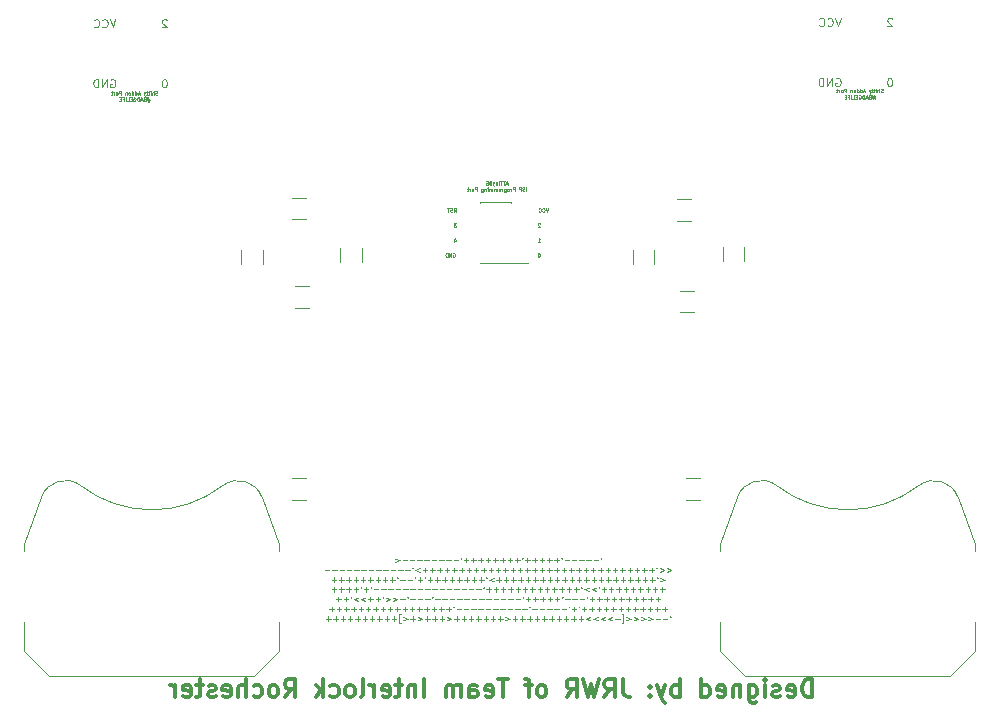
<source format=gbr>
G04 #@! TF.GenerationSoftware,KiCad,Pcbnew,(5.0.0)*
G04 #@! TF.CreationDate,2018-11-20T12:56:54-05:00*
G04 #@! TF.ProjectId,BsidesRock2019,427369646573526F636B323031392E6B,rev?*
G04 #@! TF.SameCoordinates,Original*
G04 #@! TF.FileFunction,Legend,Bot*
G04 #@! TF.FilePolarity,Positive*
%FSLAX46Y46*%
G04 Gerber Fmt 4.6, Leading zero omitted, Abs format (unit mm)*
G04 Created by KiCad (PCBNEW (5.0.0)) date 11/20/18 12:56:54*
%MOMM*%
%LPD*%
G01*
G04 APERTURE LIST*
%ADD10C,0.075000*%
%ADD11C,0.300000*%
%ADD12C,0.100000*%
%ADD13C,0.120000*%
G04 APERTURE END LIST*
D10*
X131728571Y-90339285D02*
X132109523Y-90339285D01*
X131919047Y-90148809D02*
X131919047Y-90529761D01*
X132347619Y-90339285D02*
X132728571Y-90339285D01*
X132538095Y-90148809D02*
X132538095Y-90529761D01*
X132966666Y-90339285D02*
X133347619Y-90339285D01*
X133157142Y-90148809D02*
X133157142Y-90529761D01*
X133585714Y-90339285D02*
X133966666Y-90339285D01*
X133776190Y-90148809D02*
X133776190Y-90529761D01*
X134204761Y-90339285D02*
X134585714Y-90339285D01*
X134395238Y-90148809D02*
X134395238Y-90529761D01*
X134823809Y-90339285D02*
X135204761Y-90339285D01*
X135014285Y-90148809D02*
X135014285Y-90529761D01*
X135442857Y-90339285D02*
X135823809Y-90339285D01*
X135633333Y-90148809D02*
X135633333Y-90529761D01*
X136061904Y-90339285D02*
X136442857Y-90339285D01*
X136252380Y-90148809D02*
X136252380Y-90529761D01*
X136680952Y-90339285D02*
X137061904Y-90339285D01*
X136871428Y-90148809D02*
X136871428Y-90529761D01*
X137300000Y-90339285D02*
X137680952Y-90339285D01*
X137490476Y-90148809D02*
X137490476Y-90529761D01*
X138061904Y-89982142D02*
X137942857Y-89982142D01*
X137942857Y-90696428D01*
X138061904Y-90696428D01*
X138252380Y-90482142D02*
X138633333Y-90339285D01*
X138252380Y-90196428D01*
X138871428Y-90339285D02*
X139252380Y-90339285D01*
X139061904Y-90148809D02*
X139061904Y-90529761D01*
X139490476Y-90482142D02*
X139871428Y-90339285D01*
X139490476Y-90196428D01*
X140109523Y-90339285D02*
X140490476Y-90339285D01*
X140300000Y-90148809D02*
X140300000Y-90529761D01*
X140728571Y-90339285D02*
X141109523Y-90339285D01*
X140919047Y-90148809D02*
X140919047Y-90529761D01*
X141347619Y-90339285D02*
X141728571Y-90339285D01*
X141538095Y-90148809D02*
X141538095Y-90529761D01*
X141966666Y-90482142D02*
X142347619Y-90339285D01*
X141966666Y-90196428D01*
X142585714Y-90339285D02*
X142966666Y-90339285D01*
X142776190Y-90148809D02*
X142776190Y-90529761D01*
X143204761Y-90339285D02*
X143585714Y-90339285D01*
X143395238Y-90148809D02*
X143395238Y-90529761D01*
X143823809Y-90339285D02*
X144204761Y-90339285D01*
X144014285Y-90148809D02*
X144014285Y-90529761D01*
X144442857Y-90339285D02*
X144823809Y-90339285D01*
X144633333Y-90148809D02*
X144633333Y-90529761D01*
X145061904Y-90339285D02*
X145442857Y-90339285D01*
X145252380Y-90148809D02*
X145252380Y-90529761D01*
X145680952Y-90339285D02*
X146061904Y-90339285D01*
X145871428Y-90148809D02*
X145871428Y-90529761D01*
X146300000Y-90339285D02*
X146680952Y-90339285D01*
X146490476Y-90148809D02*
X146490476Y-90529761D01*
X146919047Y-90482142D02*
X147300000Y-90339285D01*
X146919047Y-90196428D01*
X147538095Y-90339285D02*
X147919047Y-90339285D01*
X147728571Y-90148809D02*
X147728571Y-90529761D01*
X148157142Y-90339285D02*
X148538095Y-90339285D01*
X148347619Y-90148809D02*
X148347619Y-90529761D01*
X148776190Y-90339285D02*
X149157142Y-90339285D01*
X148966666Y-90148809D02*
X148966666Y-90529761D01*
X149395238Y-90339285D02*
X149776190Y-90339285D01*
X149585714Y-90148809D02*
X149585714Y-90529761D01*
X150014285Y-90339285D02*
X150395238Y-90339285D01*
X150204761Y-90148809D02*
X150204761Y-90529761D01*
X150633333Y-90339285D02*
X151014285Y-90339285D01*
X150823809Y-90148809D02*
X150823809Y-90529761D01*
X151252380Y-90339285D02*
X151633333Y-90339285D01*
X151442857Y-90148809D02*
X151442857Y-90529761D01*
X151871428Y-90339285D02*
X152252380Y-90339285D01*
X152061904Y-90148809D02*
X152061904Y-90529761D01*
X152490476Y-90339285D02*
X152871428Y-90339285D01*
X152680952Y-90148809D02*
X152680952Y-90529761D01*
X153109523Y-90339285D02*
X153490476Y-90339285D01*
X153300000Y-90148809D02*
X153300000Y-90529761D01*
X154109523Y-90482142D02*
X153728571Y-90339285D01*
X154109523Y-90196428D01*
X154728571Y-90482142D02*
X154347619Y-90339285D01*
X154728571Y-90196428D01*
X155347619Y-90482142D02*
X154966666Y-90339285D01*
X155347619Y-90196428D01*
X155966666Y-90482142D02*
X155585714Y-90339285D01*
X155966666Y-90196428D01*
X156204761Y-90339285D02*
X156585714Y-90339285D01*
X156776190Y-89982142D02*
X156895238Y-89982142D01*
X156895238Y-90696428D01*
X156776190Y-90696428D01*
X157157142Y-90482142D02*
X157538095Y-90339285D01*
X157157142Y-90196428D01*
X157776190Y-90482142D02*
X158157142Y-90339285D01*
X157776190Y-90196428D01*
X158395238Y-90482142D02*
X158776190Y-90339285D01*
X158395238Y-90196428D01*
X159014285Y-90482142D02*
X159395238Y-90339285D01*
X159014285Y-90196428D01*
X159633333Y-90339285D02*
X160014285Y-90339285D01*
X160252380Y-90339285D02*
X160633333Y-90339285D01*
X160871428Y-90196428D02*
X160895238Y-90172619D01*
X160871428Y-90148809D01*
X160847619Y-90172619D01*
X160871428Y-90196428D01*
X160871428Y-90148809D01*
X132014285Y-89514285D02*
X132395238Y-89514285D01*
X132204761Y-89323809D02*
X132204761Y-89704761D01*
X132633333Y-89514285D02*
X133014285Y-89514285D01*
X132823809Y-89323809D02*
X132823809Y-89704761D01*
X133252380Y-89514285D02*
X133633333Y-89514285D01*
X133442857Y-89323809D02*
X133442857Y-89704761D01*
X133871428Y-89514285D02*
X134252380Y-89514285D01*
X134061904Y-89323809D02*
X134061904Y-89704761D01*
X134490476Y-89514285D02*
X134871428Y-89514285D01*
X134680952Y-89323809D02*
X134680952Y-89704761D01*
X135109523Y-89514285D02*
X135490476Y-89514285D01*
X135300000Y-89323809D02*
X135300000Y-89704761D01*
X135728571Y-89514285D02*
X136109523Y-89514285D01*
X135919047Y-89323809D02*
X135919047Y-89704761D01*
X136347619Y-89514285D02*
X136728571Y-89514285D01*
X136538095Y-89323809D02*
X136538095Y-89704761D01*
X136966666Y-89514285D02*
X137347619Y-89514285D01*
X137157142Y-89323809D02*
X137157142Y-89704761D01*
X137585714Y-89514285D02*
X137966666Y-89514285D01*
X137776190Y-89323809D02*
X137776190Y-89704761D01*
X138204761Y-89514285D02*
X138585714Y-89514285D01*
X138395238Y-89323809D02*
X138395238Y-89704761D01*
X138823809Y-89514285D02*
X139204761Y-89514285D01*
X139014285Y-89323809D02*
X139014285Y-89704761D01*
X139442857Y-89514285D02*
X139823809Y-89514285D01*
X139633333Y-89323809D02*
X139633333Y-89704761D01*
X140061904Y-89514285D02*
X140442857Y-89514285D01*
X140252380Y-89323809D02*
X140252380Y-89704761D01*
X140680952Y-89514285D02*
X141061904Y-89514285D01*
X140871428Y-89323809D02*
X140871428Y-89704761D01*
X141300000Y-89514285D02*
X141680952Y-89514285D01*
X141490476Y-89323809D02*
X141490476Y-89704761D01*
X141919047Y-89514285D02*
X142300000Y-89514285D01*
X142109523Y-89323809D02*
X142109523Y-89704761D01*
X142538095Y-89371428D02*
X142561904Y-89347619D01*
X142538095Y-89323809D01*
X142514285Y-89347619D01*
X142538095Y-89371428D01*
X142538095Y-89323809D01*
X142776190Y-89514285D02*
X143157142Y-89514285D01*
X143395238Y-89514285D02*
X143776190Y-89514285D01*
X144014285Y-89514285D02*
X144395238Y-89514285D01*
X144633333Y-89514285D02*
X145014285Y-89514285D01*
X145252380Y-89514285D02*
X145633333Y-89514285D01*
X145871428Y-89514285D02*
X146252380Y-89514285D01*
X146490476Y-89514285D02*
X146871428Y-89514285D01*
X147109523Y-89514285D02*
X147490476Y-89514285D01*
X147728571Y-89514285D02*
X148109523Y-89514285D01*
X148347619Y-89514285D02*
X148728571Y-89514285D01*
X148966666Y-89371428D02*
X148990476Y-89347619D01*
X148966666Y-89323809D01*
X148942857Y-89347619D01*
X148966666Y-89371428D01*
X148966666Y-89323809D01*
X149204761Y-89514285D02*
X149585714Y-89514285D01*
X149823809Y-89514285D02*
X150204761Y-89514285D01*
X150442857Y-89514285D02*
X150823809Y-89514285D01*
X151061904Y-89514285D02*
X151442857Y-89514285D01*
X151680952Y-89514285D02*
X152061904Y-89514285D01*
X152300000Y-89371428D02*
X152323809Y-89347619D01*
X152300000Y-89323809D01*
X152276190Y-89347619D01*
X152300000Y-89371428D01*
X152300000Y-89323809D01*
X152538095Y-89514285D02*
X152919047Y-89514285D01*
X152728571Y-89323809D02*
X152728571Y-89704761D01*
X153157142Y-89371428D02*
X153180952Y-89347619D01*
X153157142Y-89323809D01*
X153133333Y-89347619D01*
X153157142Y-89371428D01*
X153157142Y-89323809D01*
X153395238Y-89514285D02*
X153776190Y-89514285D01*
X153585714Y-89323809D02*
X153585714Y-89704761D01*
X154014285Y-89514285D02*
X154395238Y-89514285D01*
X154204761Y-89323809D02*
X154204761Y-89704761D01*
X154633333Y-89514285D02*
X155014285Y-89514285D01*
X154823809Y-89323809D02*
X154823809Y-89704761D01*
X155252380Y-89514285D02*
X155633333Y-89514285D01*
X155442857Y-89323809D02*
X155442857Y-89704761D01*
X155871428Y-89514285D02*
X156252380Y-89514285D01*
X156061904Y-89323809D02*
X156061904Y-89704761D01*
X156490476Y-89514285D02*
X156871428Y-89514285D01*
X156680952Y-89323809D02*
X156680952Y-89704761D01*
X157109523Y-89514285D02*
X157490476Y-89514285D01*
X157300000Y-89323809D02*
X157300000Y-89704761D01*
X157728571Y-89514285D02*
X158109523Y-89514285D01*
X157919047Y-89323809D02*
X157919047Y-89704761D01*
X158347619Y-89514285D02*
X158728571Y-89514285D01*
X158538095Y-89323809D02*
X158538095Y-89704761D01*
X158966666Y-89514285D02*
X159347619Y-89514285D01*
X159157142Y-89323809D02*
X159157142Y-89704761D01*
X159585714Y-89514285D02*
X159966666Y-89514285D01*
X159776190Y-89323809D02*
X159776190Y-89704761D01*
X160204761Y-89514285D02*
X160585714Y-89514285D01*
X160395238Y-89323809D02*
X160395238Y-89704761D01*
X132585714Y-88689285D02*
X132966666Y-88689285D01*
X132776190Y-88498809D02*
X132776190Y-88879761D01*
X133204761Y-88689285D02*
X133585714Y-88689285D01*
X133395238Y-88498809D02*
X133395238Y-88879761D01*
X133823809Y-88546428D02*
X133847619Y-88522619D01*
X133823809Y-88498809D01*
X133800000Y-88522619D01*
X133823809Y-88546428D01*
X133823809Y-88498809D01*
X134442857Y-88832142D02*
X134061904Y-88689285D01*
X134442857Y-88546428D01*
X135061904Y-88832142D02*
X134680952Y-88689285D01*
X135061904Y-88546428D01*
X135300000Y-88689285D02*
X135680952Y-88689285D01*
X135490476Y-88498809D02*
X135490476Y-88879761D01*
X135919047Y-88689285D02*
X136300000Y-88689285D01*
X136109523Y-88498809D02*
X136109523Y-88879761D01*
X136538095Y-88546428D02*
X136561904Y-88522619D01*
X136538095Y-88498809D01*
X136514285Y-88522619D01*
X136538095Y-88546428D01*
X136538095Y-88498809D01*
X136776190Y-88832142D02*
X137157142Y-88689285D01*
X136776190Y-88546428D01*
X137395238Y-88832142D02*
X137776190Y-88689285D01*
X137395238Y-88546428D01*
X138014285Y-88689285D02*
X138395238Y-88689285D01*
X138633333Y-88546428D02*
X138657142Y-88522619D01*
X138633333Y-88498809D01*
X138609523Y-88522619D01*
X138633333Y-88546428D01*
X138633333Y-88498809D01*
X138871428Y-88689285D02*
X139252380Y-88689285D01*
X139490476Y-88689285D02*
X139871428Y-88689285D01*
X140109523Y-88689285D02*
X140490476Y-88689285D01*
X140728571Y-88546428D02*
X140752380Y-88522619D01*
X140728571Y-88498809D01*
X140704761Y-88522619D01*
X140728571Y-88546428D01*
X140728571Y-88498809D01*
X140966666Y-88689285D02*
X141347619Y-88689285D01*
X141585714Y-88689285D02*
X141966666Y-88689285D01*
X142204761Y-88689285D02*
X142585714Y-88689285D01*
X142823809Y-88689285D02*
X143204761Y-88689285D01*
X143442857Y-88689285D02*
X143823809Y-88689285D01*
X144061904Y-88689285D02*
X144442857Y-88689285D01*
X144680952Y-88689285D02*
X145061904Y-88689285D01*
X145300000Y-88689285D02*
X145680952Y-88689285D01*
X145919047Y-88689285D02*
X146300000Y-88689285D01*
X146538095Y-88689285D02*
X146919047Y-88689285D01*
X147157142Y-88689285D02*
X147538095Y-88689285D01*
X147776190Y-88689285D02*
X148157142Y-88689285D01*
X148395238Y-88546428D02*
X148419047Y-88522619D01*
X148395238Y-88498809D01*
X148371428Y-88522619D01*
X148395238Y-88546428D01*
X148395238Y-88498809D01*
X148633333Y-88689285D02*
X149014285Y-88689285D01*
X148823809Y-88498809D02*
X148823809Y-88879761D01*
X149252380Y-88689285D02*
X149633333Y-88689285D01*
X149442857Y-88498809D02*
X149442857Y-88879761D01*
X149871428Y-88689285D02*
X150252380Y-88689285D01*
X150061904Y-88498809D02*
X150061904Y-88879761D01*
X150490476Y-88689285D02*
X150871428Y-88689285D01*
X150680952Y-88498809D02*
X150680952Y-88879761D01*
X151109523Y-88689285D02*
X151490476Y-88689285D01*
X151300000Y-88498809D02*
X151300000Y-88879761D01*
X151728571Y-88546428D02*
X151752380Y-88522619D01*
X151728571Y-88498809D01*
X151704761Y-88522619D01*
X151728571Y-88546428D01*
X151728571Y-88498809D01*
X151966666Y-88689285D02*
X152347619Y-88689285D01*
X152585714Y-88689285D02*
X152966666Y-88689285D01*
X153204761Y-88689285D02*
X153585714Y-88689285D01*
X153823809Y-88546428D02*
X153847619Y-88522619D01*
X153823809Y-88498809D01*
X153800000Y-88522619D01*
X153823809Y-88546428D01*
X153823809Y-88498809D01*
X154061904Y-88689285D02*
X154442857Y-88689285D01*
X154252380Y-88498809D02*
X154252380Y-88879761D01*
X154680952Y-88689285D02*
X155061904Y-88689285D01*
X154871428Y-88498809D02*
X154871428Y-88879761D01*
X155300000Y-88689285D02*
X155680952Y-88689285D01*
X155490476Y-88498809D02*
X155490476Y-88879761D01*
X155919047Y-88689285D02*
X156300000Y-88689285D01*
X156109523Y-88498809D02*
X156109523Y-88879761D01*
X156538095Y-88689285D02*
X156919047Y-88689285D01*
X156728571Y-88498809D02*
X156728571Y-88879761D01*
X157157142Y-88689285D02*
X157538095Y-88689285D01*
X157347619Y-88498809D02*
X157347619Y-88879761D01*
X157776190Y-88689285D02*
X158157142Y-88689285D01*
X157966666Y-88498809D02*
X157966666Y-88879761D01*
X158395238Y-88689285D02*
X158776190Y-88689285D01*
X158585714Y-88498809D02*
X158585714Y-88879761D01*
X159014285Y-88689285D02*
X159395238Y-88689285D01*
X159204761Y-88498809D02*
X159204761Y-88879761D01*
X159633333Y-88689285D02*
X160014285Y-88689285D01*
X159823809Y-88498809D02*
X159823809Y-88879761D01*
X132204761Y-87864285D02*
X132585714Y-87864285D01*
X132395238Y-87673809D02*
X132395238Y-88054761D01*
X132823809Y-87864285D02*
X133204761Y-87864285D01*
X133014285Y-87673809D02*
X133014285Y-88054761D01*
X133442857Y-87864285D02*
X133823809Y-87864285D01*
X133633333Y-87673809D02*
X133633333Y-88054761D01*
X134061904Y-87864285D02*
X134442857Y-87864285D01*
X134252380Y-87673809D02*
X134252380Y-88054761D01*
X134680952Y-87721428D02*
X134704761Y-87697619D01*
X134680952Y-87673809D01*
X134657142Y-87697619D01*
X134680952Y-87721428D01*
X134680952Y-87673809D01*
X134919047Y-87864285D02*
X135300000Y-87864285D01*
X135109523Y-87673809D02*
X135109523Y-88054761D01*
X135538095Y-87721428D02*
X135561904Y-87697619D01*
X135538095Y-87673809D01*
X135514285Y-87697619D01*
X135538095Y-87721428D01*
X135538095Y-87673809D01*
X135776190Y-87864285D02*
X136157142Y-87864285D01*
X136395238Y-87864285D02*
X136776190Y-87864285D01*
X137014285Y-87864285D02*
X137395238Y-87864285D01*
X137633333Y-87864285D02*
X138014285Y-87864285D01*
X138252380Y-87864285D02*
X138633333Y-87864285D01*
X138871428Y-87864285D02*
X139252380Y-87864285D01*
X139490476Y-87864285D02*
X139871428Y-87864285D01*
X140109523Y-87864285D02*
X140490476Y-87864285D01*
X140728571Y-87864285D02*
X141109523Y-87864285D01*
X141347619Y-87864285D02*
X141728571Y-87864285D01*
X141966666Y-87864285D02*
X142347619Y-87864285D01*
X142585714Y-87864285D02*
X142966666Y-87864285D01*
X143204761Y-87864285D02*
X143585714Y-87864285D01*
X143823809Y-87864285D02*
X144204761Y-87864285D01*
X144442857Y-87864285D02*
X144823809Y-87864285D01*
X145061904Y-87721428D02*
X145085714Y-87697619D01*
X145061904Y-87673809D01*
X145038095Y-87697619D01*
X145061904Y-87721428D01*
X145061904Y-87673809D01*
X145300000Y-87864285D02*
X145680952Y-87864285D01*
X145490476Y-87673809D02*
X145490476Y-88054761D01*
X145919047Y-87864285D02*
X146300000Y-87864285D01*
X146109523Y-87673809D02*
X146109523Y-88054761D01*
X146538095Y-87864285D02*
X146919047Y-87864285D01*
X146728571Y-87673809D02*
X146728571Y-88054761D01*
X147157142Y-87864285D02*
X147538095Y-87864285D01*
X147347619Y-87673809D02*
X147347619Y-88054761D01*
X147776190Y-87864285D02*
X148157142Y-87864285D01*
X147966666Y-87673809D02*
X147966666Y-88054761D01*
X148395238Y-87864285D02*
X148776190Y-87864285D01*
X148585714Y-87673809D02*
X148585714Y-88054761D01*
X149014285Y-87864285D02*
X149395238Y-87864285D01*
X149204761Y-87673809D02*
X149204761Y-88054761D01*
X149633333Y-87864285D02*
X150014285Y-87864285D01*
X149823809Y-87673809D02*
X149823809Y-88054761D01*
X150252380Y-87864285D02*
X150633333Y-87864285D01*
X150442857Y-87673809D02*
X150442857Y-88054761D01*
X150871428Y-87864285D02*
X151252380Y-87864285D01*
X151061904Y-87673809D02*
X151061904Y-88054761D01*
X151490476Y-87864285D02*
X151871428Y-87864285D01*
X151680952Y-87673809D02*
X151680952Y-88054761D01*
X152109523Y-87864285D02*
X152490476Y-87864285D01*
X152300000Y-87673809D02*
X152300000Y-88054761D01*
X152728571Y-87864285D02*
X153109523Y-87864285D01*
X152919047Y-87673809D02*
X152919047Y-88054761D01*
X153347619Y-87721428D02*
X153371428Y-87697619D01*
X153347619Y-87673809D01*
X153323809Y-87697619D01*
X153347619Y-87721428D01*
X153347619Y-87673809D01*
X153966666Y-88007142D02*
X153585714Y-87864285D01*
X153966666Y-87721428D01*
X154585714Y-88007142D02*
X154204761Y-87864285D01*
X154585714Y-87721428D01*
X154823809Y-87721428D02*
X154847619Y-87697619D01*
X154823809Y-87673809D01*
X154800000Y-87697619D01*
X154823809Y-87721428D01*
X154823809Y-87673809D01*
X155061904Y-87864285D02*
X155442857Y-87864285D01*
X155252380Y-87673809D02*
X155252380Y-88054761D01*
X155680952Y-87864285D02*
X156061904Y-87864285D01*
X155871428Y-87673809D02*
X155871428Y-88054761D01*
X156300000Y-87864285D02*
X156680952Y-87864285D01*
X156490476Y-87673809D02*
X156490476Y-88054761D01*
X156919047Y-87864285D02*
X157300000Y-87864285D01*
X157109523Y-87673809D02*
X157109523Y-88054761D01*
X157538095Y-87864285D02*
X157919047Y-87864285D01*
X157728571Y-87673809D02*
X157728571Y-88054761D01*
X158157142Y-87864285D02*
X158538095Y-87864285D01*
X158347619Y-87673809D02*
X158347619Y-88054761D01*
X158776190Y-87864285D02*
X159157142Y-87864285D01*
X158966666Y-87673809D02*
X158966666Y-88054761D01*
X159395238Y-87864285D02*
X159776190Y-87864285D01*
X159585714Y-87673809D02*
X159585714Y-88054761D01*
X160014285Y-87864285D02*
X160395238Y-87864285D01*
X160204761Y-87673809D02*
X160204761Y-88054761D01*
X132204761Y-87039285D02*
X132585714Y-87039285D01*
X132395238Y-86848809D02*
X132395238Y-87229761D01*
X132823809Y-87039285D02*
X133204761Y-87039285D01*
X133014285Y-86848809D02*
X133014285Y-87229761D01*
X133442857Y-87039285D02*
X133823809Y-87039285D01*
X133633333Y-86848809D02*
X133633333Y-87229761D01*
X134061904Y-87039285D02*
X134442857Y-87039285D01*
X134252380Y-86848809D02*
X134252380Y-87229761D01*
X134680952Y-87039285D02*
X135061904Y-87039285D01*
X134871428Y-86848809D02*
X134871428Y-87229761D01*
X135300000Y-87039285D02*
X135680952Y-87039285D01*
X135490476Y-86848809D02*
X135490476Y-87229761D01*
X135919047Y-87039285D02*
X136300000Y-87039285D01*
X136109523Y-86848809D02*
X136109523Y-87229761D01*
X136538095Y-87039285D02*
X136919047Y-87039285D01*
X136728571Y-86848809D02*
X136728571Y-87229761D01*
X137157142Y-87039285D02*
X137538095Y-87039285D01*
X137347619Y-86848809D02*
X137347619Y-87229761D01*
X137776190Y-86896428D02*
X137800000Y-86872619D01*
X137776190Y-86848809D01*
X137752380Y-86872619D01*
X137776190Y-86896428D01*
X137776190Y-86848809D01*
X138014285Y-87039285D02*
X138395238Y-87039285D01*
X138633333Y-87039285D02*
X139014285Y-87039285D01*
X139252380Y-86896428D02*
X139276190Y-86872619D01*
X139252380Y-86848809D01*
X139228571Y-86872619D01*
X139252380Y-86896428D01*
X139252380Y-86848809D01*
X139490476Y-87039285D02*
X139871428Y-87039285D01*
X139680952Y-86848809D02*
X139680952Y-87229761D01*
X140109523Y-86896428D02*
X140133333Y-86872619D01*
X140109523Y-86848809D01*
X140085714Y-86872619D01*
X140109523Y-86896428D01*
X140109523Y-86848809D01*
X140347619Y-87039285D02*
X140728571Y-87039285D01*
X140538095Y-86848809D02*
X140538095Y-87229761D01*
X140966666Y-87039285D02*
X141347619Y-87039285D01*
X141157142Y-86848809D02*
X141157142Y-87229761D01*
X141585714Y-87039285D02*
X141966666Y-87039285D01*
X141776190Y-86848809D02*
X141776190Y-87229761D01*
X142204761Y-87039285D02*
X142585714Y-87039285D01*
X142395238Y-86848809D02*
X142395238Y-87229761D01*
X142823809Y-87039285D02*
X143204761Y-87039285D01*
X143014285Y-86848809D02*
X143014285Y-87229761D01*
X143442857Y-87039285D02*
X143823809Y-87039285D01*
X143633333Y-86848809D02*
X143633333Y-87229761D01*
X144061904Y-87039285D02*
X144442857Y-87039285D01*
X144252380Y-86848809D02*
X144252380Y-87229761D01*
X144680952Y-87039285D02*
X145061904Y-87039285D01*
X144871428Y-86848809D02*
X144871428Y-87229761D01*
X145300000Y-86896428D02*
X145323809Y-86872619D01*
X145300000Y-86848809D01*
X145276190Y-86872619D01*
X145300000Y-86896428D01*
X145300000Y-86848809D01*
X145919047Y-87182142D02*
X145538095Y-87039285D01*
X145919047Y-86896428D01*
X146157142Y-87039285D02*
X146538095Y-87039285D01*
X146347619Y-86848809D02*
X146347619Y-87229761D01*
X146776190Y-87039285D02*
X147157142Y-87039285D01*
X146966666Y-86848809D02*
X146966666Y-87229761D01*
X147395238Y-87039285D02*
X147776190Y-87039285D01*
X147585714Y-86848809D02*
X147585714Y-87229761D01*
X148014285Y-87039285D02*
X148395238Y-87039285D01*
X148204761Y-86848809D02*
X148204761Y-87229761D01*
X148633333Y-87039285D02*
X149014285Y-87039285D01*
X148823809Y-86848809D02*
X148823809Y-87229761D01*
X149252380Y-87039285D02*
X149633333Y-87039285D01*
X149442857Y-86848809D02*
X149442857Y-87229761D01*
X149871428Y-87039285D02*
X150252380Y-87039285D01*
X150061904Y-86848809D02*
X150061904Y-87229761D01*
X150490476Y-87039285D02*
X150871428Y-87039285D01*
X150680952Y-86848809D02*
X150680952Y-87229761D01*
X151109523Y-87039285D02*
X151490476Y-87039285D01*
X151300000Y-86848809D02*
X151300000Y-87229761D01*
X151728571Y-87039285D02*
X152109523Y-87039285D01*
X151919047Y-86848809D02*
X151919047Y-87229761D01*
X152347619Y-87039285D02*
X152728571Y-87039285D01*
X152538095Y-86848809D02*
X152538095Y-87229761D01*
X152966666Y-87039285D02*
X153347619Y-87039285D01*
X153157142Y-86848809D02*
X153157142Y-87229761D01*
X153585714Y-87039285D02*
X153966666Y-87039285D01*
X153776190Y-86848809D02*
X153776190Y-87229761D01*
X154204761Y-87039285D02*
X154585714Y-87039285D01*
X154395238Y-86848809D02*
X154395238Y-87229761D01*
X154823809Y-87039285D02*
X155204761Y-87039285D01*
X155014285Y-86848809D02*
X155014285Y-87229761D01*
X155442857Y-87039285D02*
X155823809Y-87039285D01*
X155633333Y-86848809D02*
X155633333Y-87229761D01*
X156061904Y-87039285D02*
X156442857Y-87039285D01*
X156252380Y-86848809D02*
X156252380Y-87229761D01*
X156680952Y-87039285D02*
X157061904Y-87039285D01*
X156871428Y-86848809D02*
X156871428Y-87229761D01*
X157300000Y-87039285D02*
X157680952Y-87039285D01*
X157490476Y-86848809D02*
X157490476Y-87229761D01*
X157919047Y-87039285D02*
X158300000Y-87039285D01*
X158109523Y-86848809D02*
X158109523Y-87229761D01*
X158538095Y-87039285D02*
X158919047Y-87039285D01*
X158728571Y-86848809D02*
X158728571Y-87229761D01*
X159157142Y-87039285D02*
X159538095Y-87039285D01*
X159347619Y-86848809D02*
X159347619Y-87229761D01*
X159776190Y-86896428D02*
X159800000Y-86872619D01*
X159776190Y-86848809D01*
X159752380Y-86872619D01*
X159776190Y-86896428D01*
X159776190Y-86848809D01*
X160014285Y-87182142D02*
X160395238Y-87039285D01*
X160014285Y-86896428D01*
X131633333Y-86214285D02*
X132014285Y-86214285D01*
X132252380Y-86214285D02*
X132633333Y-86214285D01*
X132871428Y-86214285D02*
X133252380Y-86214285D01*
X133490476Y-86214285D02*
X133871428Y-86214285D01*
X134109523Y-86214285D02*
X134490476Y-86214285D01*
X134728571Y-86214285D02*
X135109523Y-86214285D01*
X135347619Y-86214285D02*
X135728571Y-86214285D01*
X135966666Y-86214285D02*
X136347619Y-86214285D01*
X136585714Y-86214285D02*
X136966666Y-86214285D01*
X137204761Y-86214285D02*
X137585714Y-86214285D01*
X137823809Y-86214285D02*
X138204761Y-86214285D01*
X138442857Y-86214285D02*
X138823809Y-86214285D01*
X139061904Y-86071428D02*
X139085714Y-86047619D01*
X139061904Y-86023809D01*
X139038095Y-86047619D01*
X139061904Y-86071428D01*
X139061904Y-86023809D01*
X139680952Y-86357142D02*
X139300000Y-86214285D01*
X139680952Y-86071428D01*
X139919047Y-86214285D02*
X140300000Y-86214285D01*
X140109523Y-86023809D02*
X140109523Y-86404761D01*
X140538095Y-86214285D02*
X140919047Y-86214285D01*
X140728571Y-86023809D02*
X140728571Y-86404761D01*
X141157142Y-86214285D02*
X141538095Y-86214285D01*
X141347619Y-86023809D02*
X141347619Y-86404761D01*
X141776190Y-86214285D02*
X142157142Y-86214285D01*
X141966666Y-86023809D02*
X141966666Y-86404761D01*
X142395238Y-86214285D02*
X142776190Y-86214285D01*
X142585714Y-86023809D02*
X142585714Y-86404761D01*
X143014285Y-86214285D02*
X143395238Y-86214285D01*
X143204761Y-86023809D02*
X143204761Y-86404761D01*
X143633333Y-86214285D02*
X144014285Y-86214285D01*
X143823809Y-86023809D02*
X143823809Y-86404761D01*
X144252380Y-86214285D02*
X144633333Y-86214285D01*
X144442857Y-86023809D02*
X144442857Y-86404761D01*
X144871428Y-86214285D02*
X145252380Y-86214285D01*
X145061904Y-86023809D02*
X145061904Y-86404761D01*
X145490476Y-86214285D02*
X145871428Y-86214285D01*
X145680952Y-86023809D02*
X145680952Y-86404761D01*
X146109523Y-86214285D02*
X146490476Y-86214285D01*
X146300000Y-86023809D02*
X146300000Y-86404761D01*
X146728571Y-86214285D02*
X147109523Y-86214285D01*
X146919047Y-86023809D02*
X146919047Y-86404761D01*
X147347619Y-86214285D02*
X147728571Y-86214285D01*
X147538095Y-86023809D02*
X147538095Y-86404761D01*
X147966666Y-86214285D02*
X148347619Y-86214285D01*
X148157142Y-86023809D02*
X148157142Y-86404761D01*
X148585714Y-86214285D02*
X148966666Y-86214285D01*
X148776190Y-86023809D02*
X148776190Y-86404761D01*
X149204761Y-86214285D02*
X149585714Y-86214285D01*
X149395238Y-86023809D02*
X149395238Y-86404761D01*
X149823809Y-86214285D02*
X150204761Y-86214285D01*
X150014285Y-86023809D02*
X150014285Y-86404761D01*
X150442857Y-86214285D02*
X150823809Y-86214285D01*
X150633333Y-86023809D02*
X150633333Y-86404761D01*
X151061904Y-86214285D02*
X151442857Y-86214285D01*
X151252380Y-86023809D02*
X151252380Y-86404761D01*
X151680952Y-86214285D02*
X152061904Y-86214285D01*
X151871428Y-86023809D02*
X151871428Y-86404761D01*
X152300000Y-86214285D02*
X152680952Y-86214285D01*
X152490476Y-86023809D02*
X152490476Y-86404761D01*
X152919047Y-86214285D02*
X153300000Y-86214285D01*
X153109523Y-86023809D02*
X153109523Y-86404761D01*
X153538095Y-86214285D02*
X153919047Y-86214285D01*
X153728571Y-86023809D02*
X153728571Y-86404761D01*
X154157142Y-86214285D02*
X154538095Y-86214285D01*
X154347619Y-86023809D02*
X154347619Y-86404761D01*
X154776190Y-86214285D02*
X155157142Y-86214285D01*
X154966666Y-86023809D02*
X154966666Y-86404761D01*
X155395238Y-86214285D02*
X155776190Y-86214285D01*
X155585714Y-86023809D02*
X155585714Y-86404761D01*
X156014285Y-86214285D02*
X156395238Y-86214285D01*
X156204761Y-86023809D02*
X156204761Y-86404761D01*
X156633333Y-86214285D02*
X157014285Y-86214285D01*
X156823809Y-86023809D02*
X156823809Y-86404761D01*
X157252380Y-86214285D02*
X157633333Y-86214285D01*
X157442857Y-86023809D02*
X157442857Y-86404761D01*
X157871428Y-86214285D02*
X158252380Y-86214285D01*
X158061904Y-86023809D02*
X158061904Y-86404761D01*
X158490476Y-86214285D02*
X158871428Y-86214285D01*
X158680952Y-86023809D02*
X158680952Y-86404761D01*
X159109523Y-86214285D02*
X159490476Y-86214285D01*
X159300000Y-86023809D02*
X159300000Y-86404761D01*
X159728571Y-86071428D02*
X159752380Y-86047619D01*
X159728571Y-86023809D01*
X159704761Y-86047619D01*
X159728571Y-86071428D01*
X159728571Y-86023809D01*
X159966666Y-86357142D02*
X160347619Y-86214285D01*
X159966666Y-86071428D01*
X160585714Y-86357142D02*
X160966666Y-86214285D01*
X160585714Y-86071428D01*
X137585714Y-85532142D02*
X137966666Y-85389285D01*
X137585714Y-85246428D01*
X138204761Y-85389285D02*
X138585714Y-85389285D01*
X138823809Y-85389285D02*
X139204761Y-85389285D01*
X139442857Y-85389285D02*
X139823809Y-85389285D01*
X140061904Y-85389285D02*
X140442857Y-85389285D01*
X140680952Y-85389285D02*
X141061904Y-85389285D01*
X141300000Y-85389285D02*
X141680952Y-85389285D01*
X141919047Y-85389285D02*
X142300000Y-85389285D01*
X142538095Y-85389285D02*
X142919047Y-85389285D01*
X143157142Y-85246428D02*
X143180952Y-85222619D01*
X143157142Y-85198809D01*
X143133333Y-85222619D01*
X143157142Y-85246428D01*
X143157142Y-85198809D01*
X143395238Y-85389285D02*
X143776190Y-85389285D01*
X143585714Y-85198809D02*
X143585714Y-85579761D01*
X144014285Y-85389285D02*
X144395238Y-85389285D01*
X144204761Y-85198809D02*
X144204761Y-85579761D01*
X144633333Y-85389285D02*
X145014285Y-85389285D01*
X144823809Y-85198809D02*
X144823809Y-85579761D01*
X145252380Y-85389285D02*
X145633333Y-85389285D01*
X145442857Y-85198809D02*
X145442857Y-85579761D01*
X145871428Y-85389285D02*
X146252380Y-85389285D01*
X146061904Y-85198809D02*
X146061904Y-85579761D01*
X146490476Y-85389285D02*
X146871428Y-85389285D01*
X146680952Y-85198809D02*
X146680952Y-85579761D01*
X147109523Y-85389285D02*
X147490476Y-85389285D01*
X147300000Y-85198809D02*
X147300000Y-85579761D01*
X147728571Y-85389285D02*
X148109523Y-85389285D01*
X147919047Y-85198809D02*
X147919047Y-85579761D01*
X148347619Y-85246428D02*
X148371428Y-85222619D01*
X148347619Y-85198809D01*
X148323809Y-85222619D01*
X148347619Y-85246428D01*
X148347619Y-85198809D01*
X148585714Y-85389285D02*
X148966666Y-85389285D01*
X148776190Y-85198809D02*
X148776190Y-85579761D01*
X149204761Y-85389285D02*
X149585714Y-85389285D01*
X149395238Y-85198809D02*
X149395238Y-85579761D01*
X149823809Y-85389285D02*
X150204761Y-85389285D01*
X150014285Y-85198809D02*
X150014285Y-85579761D01*
X150442857Y-85389285D02*
X150823809Y-85389285D01*
X150633333Y-85198809D02*
X150633333Y-85579761D01*
X151061904Y-85389285D02*
X151442857Y-85389285D01*
X151252380Y-85198809D02*
X151252380Y-85579761D01*
X151680952Y-85246428D02*
X151704761Y-85222619D01*
X151680952Y-85198809D01*
X151657142Y-85222619D01*
X151680952Y-85246428D01*
X151680952Y-85198809D01*
X151919047Y-85389285D02*
X152300000Y-85389285D01*
X152538095Y-85389285D02*
X152919047Y-85389285D01*
X153157142Y-85389285D02*
X153538095Y-85389285D01*
X153776190Y-85389285D02*
X154157142Y-85389285D01*
X154395238Y-85389285D02*
X154776190Y-85389285D01*
X155014285Y-85246428D02*
X155038095Y-85222619D01*
X155014285Y-85198809D01*
X154990476Y-85222619D01*
X155014285Y-85246428D01*
X155014285Y-85198809D01*
X142531285Y-55888714D02*
X142631285Y-55745857D01*
X142702714Y-55888714D02*
X142702714Y-55588714D01*
X142588428Y-55588714D01*
X142559857Y-55603000D01*
X142545571Y-55617285D01*
X142531285Y-55645857D01*
X142531285Y-55688714D01*
X142545571Y-55717285D01*
X142559857Y-55731571D01*
X142588428Y-55745857D01*
X142702714Y-55745857D01*
X142417000Y-55874428D02*
X142374142Y-55888714D01*
X142302714Y-55888714D01*
X142274142Y-55874428D01*
X142259857Y-55860142D01*
X142245571Y-55831571D01*
X142245571Y-55803000D01*
X142259857Y-55774428D01*
X142274142Y-55760142D01*
X142302714Y-55745857D01*
X142359857Y-55731571D01*
X142388428Y-55717285D01*
X142402714Y-55703000D01*
X142417000Y-55674428D01*
X142417000Y-55645857D01*
X142402714Y-55617285D01*
X142388428Y-55603000D01*
X142359857Y-55588714D01*
X142288428Y-55588714D01*
X142245571Y-55603000D01*
X142159857Y-55588714D02*
X141988428Y-55588714D01*
X142074142Y-55888714D02*
X142074142Y-55588714D01*
X142721000Y-56858714D02*
X142535285Y-56858714D01*
X142635285Y-56973000D01*
X142592428Y-56973000D01*
X142563857Y-56987285D01*
X142549571Y-57001571D01*
X142535285Y-57030142D01*
X142535285Y-57101571D01*
X142549571Y-57130142D01*
X142563857Y-57144428D01*
X142592428Y-57158714D01*
X142678142Y-57158714D01*
X142706714Y-57144428D01*
X142721000Y-57130142D01*
X142563857Y-58228714D02*
X142563857Y-58428714D01*
X142635285Y-58114428D02*
X142706714Y-58328714D01*
X142521000Y-58328714D01*
X142468571Y-59413000D02*
X142497142Y-59398714D01*
X142540000Y-59398714D01*
X142582857Y-59413000D01*
X142611428Y-59441571D01*
X142625714Y-59470142D01*
X142640000Y-59527285D01*
X142640000Y-59570142D01*
X142625714Y-59627285D01*
X142611428Y-59655857D01*
X142582857Y-59684428D01*
X142540000Y-59698714D01*
X142511428Y-59698714D01*
X142468571Y-59684428D01*
X142454285Y-59670142D01*
X142454285Y-59570142D01*
X142511428Y-59570142D01*
X142325714Y-59698714D02*
X142325714Y-59398714D01*
X142154285Y-59698714D01*
X142154285Y-59398714D01*
X142011428Y-59698714D02*
X142011428Y-59398714D01*
X141940000Y-59398714D01*
X141897142Y-59413000D01*
X141868571Y-59441571D01*
X141854285Y-59470142D01*
X141840000Y-59527285D01*
X141840000Y-59570142D01*
X141854285Y-59627285D01*
X141868571Y-59655857D01*
X141897142Y-59684428D01*
X141940000Y-59698714D01*
X142011428Y-59698714D01*
X149747285Y-59398714D02*
X149718714Y-59398714D01*
X149690142Y-59413000D01*
X149675857Y-59427285D01*
X149661571Y-59455857D01*
X149647285Y-59513000D01*
X149647285Y-59584428D01*
X149661571Y-59641571D01*
X149675857Y-59670142D01*
X149690142Y-59684428D01*
X149718714Y-59698714D01*
X149747285Y-59698714D01*
X149775857Y-59684428D01*
X149790142Y-59670142D01*
X149804428Y-59641571D01*
X149818714Y-59584428D01*
X149818714Y-59513000D01*
X149804428Y-59455857D01*
X149790142Y-59427285D01*
X149775857Y-59413000D01*
X149747285Y-59398714D01*
X149647285Y-58428714D02*
X149818714Y-58428714D01*
X149733000Y-58428714D02*
X149733000Y-58128714D01*
X149761571Y-58171571D01*
X149790142Y-58200142D01*
X149818714Y-58214428D01*
X149818714Y-56887285D02*
X149804428Y-56873000D01*
X149775857Y-56858714D01*
X149704428Y-56858714D01*
X149675857Y-56873000D01*
X149661571Y-56887285D01*
X149647285Y-56915857D01*
X149647285Y-56944428D01*
X149661571Y-56987285D01*
X149833000Y-57158714D01*
X149647285Y-57158714D01*
X150514000Y-55588714D02*
X150414000Y-55888714D01*
X150314000Y-55588714D01*
X150042571Y-55860142D02*
X150056857Y-55874428D01*
X150099714Y-55888714D01*
X150128285Y-55888714D01*
X150171142Y-55874428D01*
X150199714Y-55845857D01*
X150214000Y-55817285D01*
X150228285Y-55760142D01*
X150228285Y-55717285D01*
X150214000Y-55660142D01*
X150199714Y-55631571D01*
X150171142Y-55603000D01*
X150128285Y-55588714D01*
X150099714Y-55588714D01*
X150056857Y-55603000D01*
X150042571Y-55617285D01*
X149742571Y-55860142D02*
X149756857Y-55874428D01*
X149799714Y-55888714D01*
X149828285Y-55888714D01*
X149871142Y-55874428D01*
X149899714Y-55845857D01*
X149914000Y-55817285D01*
X149928285Y-55760142D01*
X149928285Y-55717285D01*
X149914000Y-55660142D01*
X149899714Y-55631571D01*
X149871142Y-55603000D01*
X149828285Y-55588714D01*
X149799714Y-55588714D01*
X149756857Y-55603000D01*
X149742571Y-55617285D01*
X147084142Y-53508500D02*
X146941285Y-53508500D01*
X147112714Y-53594214D02*
X147012714Y-53294214D01*
X146912714Y-53594214D01*
X146855571Y-53294214D02*
X146684142Y-53294214D01*
X146769857Y-53594214D02*
X146769857Y-53294214D01*
X146627000Y-53294214D02*
X146455571Y-53294214D01*
X146541285Y-53594214D02*
X146541285Y-53294214D01*
X146355571Y-53594214D02*
X146355571Y-53394214D01*
X146355571Y-53294214D02*
X146369857Y-53308500D01*
X146355571Y-53322785D01*
X146341285Y-53308500D01*
X146355571Y-53294214D01*
X146355571Y-53322785D01*
X146212714Y-53394214D02*
X146212714Y-53594214D01*
X146212714Y-53422785D02*
X146198428Y-53408500D01*
X146169857Y-53394214D01*
X146127000Y-53394214D01*
X146098428Y-53408500D01*
X146084142Y-53437071D01*
X146084142Y-53594214D01*
X145969857Y-53394214D02*
X145898428Y-53594214D01*
X145827000Y-53394214D02*
X145898428Y-53594214D01*
X145927000Y-53665642D01*
X145941285Y-53679928D01*
X145969857Y-53694214D01*
X145669857Y-53422785D02*
X145698428Y-53408500D01*
X145712714Y-53394214D01*
X145727000Y-53365642D01*
X145727000Y-53351357D01*
X145712714Y-53322785D01*
X145698428Y-53308500D01*
X145669857Y-53294214D01*
X145612714Y-53294214D01*
X145584142Y-53308500D01*
X145569857Y-53322785D01*
X145555571Y-53351357D01*
X145555571Y-53365642D01*
X145569857Y-53394214D01*
X145584142Y-53408500D01*
X145612714Y-53422785D01*
X145669857Y-53422785D01*
X145698428Y-53437071D01*
X145712714Y-53451357D01*
X145727000Y-53479928D01*
X145727000Y-53537071D01*
X145712714Y-53565642D01*
X145698428Y-53579928D01*
X145669857Y-53594214D01*
X145612714Y-53594214D01*
X145584142Y-53579928D01*
X145569857Y-53565642D01*
X145555571Y-53537071D01*
X145555571Y-53479928D01*
X145569857Y-53451357D01*
X145584142Y-53437071D01*
X145612714Y-53422785D01*
X145284142Y-53294214D02*
X145427000Y-53294214D01*
X145441285Y-53437071D01*
X145427000Y-53422785D01*
X145398428Y-53408500D01*
X145327000Y-53408500D01*
X145298428Y-53422785D01*
X145284142Y-53437071D01*
X145269857Y-53465642D01*
X145269857Y-53537071D01*
X145284142Y-53565642D01*
X145298428Y-53579928D01*
X145327000Y-53594214D01*
X145398428Y-53594214D01*
X145427000Y-53579928D01*
X145441285Y-53565642D01*
X148648428Y-54119214D02*
X148648428Y-53819214D01*
X148519857Y-54104928D02*
X148477000Y-54119214D01*
X148405571Y-54119214D01*
X148377000Y-54104928D01*
X148362714Y-54090642D01*
X148348428Y-54062071D01*
X148348428Y-54033500D01*
X148362714Y-54004928D01*
X148377000Y-53990642D01*
X148405571Y-53976357D01*
X148462714Y-53962071D01*
X148491285Y-53947785D01*
X148505571Y-53933500D01*
X148519857Y-53904928D01*
X148519857Y-53876357D01*
X148505571Y-53847785D01*
X148491285Y-53833500D01*
X148462714Y-53819214D01*
X148391285Y-53819214D01*
X148348428Y-53833500D01*
X148219857Y-54119214D02*
X148219857Y-53819214D01*
X148105571Y-53819214D01*
X148077000Y-53833500D01*
X148062714Y-53847785D01*
X148048428Y-53876357D01*
X148048428Y-53919214D01*
X148062714Y-53947785D01*
X148077000Y-53962071D01*
X148105571Y-53976357D01*
X148219857Y-53976357D01*
X147691285Y-54119214D02*
X147691285Y-53819214D01*
X147577000Y-53819214D01*
X147548428Y-53833500D01*
X147534142Y-53847785D01*
X147519857Y-53876357D01*
X147519857Y-53919214D01*
X147534142Y-53947785D01*
X147548428Y-53962071D01*
X147577000Y-53976357D01*
X147691285Y-53976357D01*
X147391285Y-54119214D02*
X147391285Y-53919214D01*
X147391285Y-53976357D02*
X147377000Y-53947785D01*
X147362714Y-53933500D01*
X147334142Y-53919214D01*
X147305571Y-53919214D01*
X147162714Y-54119214D02*
X147191285Y-54104928D01*
X147205571Y-54090642D01*
X147219857Y-54062071D01*
X147219857Y-53976357D01*
X147205571Y-53947785D01*
X147191285Y-53933500D01*
X147162714Y-53919214D01*
X147119857Y-53919214D01*
X147091285Y-53933500D01*
X147077000Y-53947785D01*
X147062714Y-53976357D01*
X147062714Y-54062071D01*
X147077000Y-54090642D01*
X147091285Y-54104928D01*
X147119857Y-54119214D01*
X147162714Y-54119214D01*
X146805571Y-53919214D02*
X146805571Y-54162071D01*
X146819857Y-54190642D01*
X146834142Y-54204928D01*
X146862714Y-54219214D01*
X146905571Y-54219214D01*
X146934142Y-54204928D01*
X146805571Y-54104928D02*
X146834142Y-54119214D01*
X146891285Y-54119214D01*
X146919857Y-54104928D01*
X146934142Y-54090642D01*
X146948428Y-54062071D01*
X146948428Y-53976357D01*
X146934142Y-53947785D01*
X146919857Y-53933500D01*
X146891285Y-53919214D01*
X146834142Y-53919214D01*
X146805571Y-53933500D01*
X146662714Y-54119214D02*
X146662714Y-53919214D01*
X146662714Y-53976357D02*
X146648428Y-53947785D01*
X146634142Y-53933500D01*
X146605571Y-53919214D01*
X146577000Y-53919214D01*
X146348428Y-54119214D02*
X146348428Y-53962071D01*
X146362714Y-53933500D01*
X146391285Y-53919214D01*
X146448428Y-53919214D01*
X146477000Y-53933500D01*
X146348428Y-54104928D02*
X146377000Y-54119214D01*
X146448428Y-54119214D01*
X146477000Y-54104928D01*
X146491285Y-54076357D01*
X146491285Y-54047785D01*
X146477000Y-54019214D01*
X146448428Y-54004928D01*
X146377000Y-54004928D01*
X146348428Y-53990642D01*
X146205571Y-54119214D02*
X146205571Y-53919214D01*
X146205571Y-53947785D02*
X146191285Y-53933500D01*
X146162714Y-53919214D01*
X146119857Y-53919214D01*
X146091285Y-53933500D01*
X146077000Y-53962071D01*
X146077000Y-54119214D01*
X146077000Y-53962071D02*
X146062714Y-53933500D01*
X146034142Y-53919214D01*
X145991285Y-53919214D01*
X145962714Y-53933500D01*
X145948428Y-53962071D01*
X145948428Y-54119214D01*
X145805571Y-54119214D02*
X145805571Y-53919214D01*
X145805571Y-53947785D02*
X145791285Y-53933500D01*
X145762714Y-53919214D01*
X145719857Y-53919214D01*
X145691285Y-53933500D01*
X145677000Y-53962071D01*
X145677000Y-54119214D01*
X145677000Y-53962071D02*
X145662714Y-53933500D01*
X145634142Y-53919214D01*
X145591285Y-53919214D01*
X145562714Y-53933500D01*
X145548428Y-53962071D01*
X145548428Y-54119214D01*
X145405571Y-54119214D02*
X145405571Y-53919214D01*
X145405571Y-53819214D02*
X145419857Y-53833500D01*
X145405571Y-53847785D01*
X145391285Y-53833500D01*
X145405571Y-53819214D01*
X145405571Y-53847785D01*
X145262714Y-53919214D02*
X145262714Y-54119214D01*
X145262714Y-53947785D02*
X145248428Y-53933500D01*
X145219857Y-53919214D01*
X145177000Y-53919214D01*
X145148428Y-53933500D01*
X145134142Y-53962071D01*
X145134142Y-54119214D01*
X144862714Y-53919214D02*
X144862714Y-54162071D01*
X144877000Y-54190642D01*
X144891285Y-54204928D01*
X144919857Y-54219214D01*
X144962714Y-54219214D01*
X144991285Y-54204928D01*
X144862714Y-54104928D02*
X144891285Y-54119214D01*
X144948428Y-54119214D01*
X144977000Y-54104928D01*
X144991285Y-54090642D01*
X145005571Y-54062071D01*
X145005571Y-53976357D01*
X144991285Y-53947785D01*
X144977000Y-53933500D01*
X144948428Y-53919214D01*
X144891285Y-53919214D01*
X144862714Y-53933500D01*
X144491285Y-54119214D02*
X144491285Y-53819214D01*
X144377000Y-53819214D01*
X144348428Y-53833500D01*
X144334142Y-53847785D01*
X144319857Y-53876357D01*
X144319857Y-53919214D01*
X144334142Y-53947785D01*
X144348428Y-53962071D01*
X144377000Y-53976357D01*
X144491285Y-53976357D01*
X144148428Y-54119214D02*
X144177000Y-54104928D01*
X144191285Y-54090642D01*
X144205571Y-54062071D01*
X144205571Y-53976357D01*
X144191285Y-53947785D01*
X144177000Y-53933500D01*
X144148428Y-53919214D01*
X144105571Y-53919214D01*
X144077000Y-53933500D01*
X144062714Y-53947785D01*
X144048428Y-53976357D01*
X144048428Y-54062071D01*
X144062714Y-54090642D01*
X144077000Y-54104928D01*
X144105571Y-54119214D01*
X144148428Y-54119214D01*
X143919857Y-54119214D02*
X143919857Y-53919214D01*
X143919857Y-53976357D02*
X143905571Y-53947785D01*
X143891285Y-53933500D01*
X143862714Y-53919214D01*
X143834142Y-53919214D01*
X143777000Y-53919214D02*
X143662714Y-53919214D01*
X143734142Y-53819214D02*
X143734142Y-54076357D01*
X143719857Y-54104928D01*
X143691285Y-54119214D01*
X143662714Y-54119214D01*
X178842857Y-45758928D02*
X178800000Y-45773214D01*
X178728571Y-45773214D01*
X178700000Y-45758928D01*
X178685714Y-45744642D01*
X178671428Y-45716071D01*
X178671428Y-45687500D01*
X178685714Y-45658928D01*
X178700000Y-45644642D01*
X178728571Y-45630357D01*
X178785714Y-45616071D01*
X178814285Y-45601785D01*
X178828571Y-45587500D01*
X178842857Y-45558928D01*
X178842857Y-45530357D01*
X178828571Y-45501785D01*
X178814285Y-45487500D01*
X178785714Y-45473214D01*
X178714285Y-45473214D01*
X178671428Y-45487500D01*
X178542857Y-45773214D02*
X178542857Y-45473214D01*
X178414285Y-45773214D02*
X178414285Y-45616071D01*
X178428571Y-45587500D01*
X178457142Y-45573214D01*
X178500000Y-45573214D01*
X178528571Y-45587500D01*
X178542857Y-45601785D01*
X178271428Y-45773214D02*
X178271428Y-45573214D01*
X178271428Y-45473214D02*
X178285714Y-45487500D01*
X178271428Y-45501785D01*
X178257142Y-45487500D01*
X178271428Y-45473214D01*
X178271428Y-45501785D01*
X178171428Y-45573214D02*
X178057142Y-45573214D01*
X178128571Y-45473214D02*
X178128571Y-45730357D01*
X178114285Y-45758928D01*
X178085714Y-45773214D01*
X178057142Y-45773214D01*
X178000000Y-45573214D02*
X177885714Y-45573214D01*
X177957142Y-45473214D02*
X177957142Y-45730357D01*
X177942857Y-45758928D01*
X177914285Y-45773214D01*
X177885714Y-45773214D01*
X177814285Y-45573214D02*
X177742857Y-45773214D01*
X177671428Y-45573214D02*
X177742857Y-45773214D01*
X177771428Y-45844642D01*
X177785714Y-45858928D01*
X177814285Y-45873214D01*
X177342857Y-45687500D02*
X177200000Y-45687500D01*
X177371428Y-45773214D02*
X177271428Y-45473214D01*
X177171428Y-45773214D01*
X176942857Y-45773214D02*
X176942857Y-45473214D01*
X176942857Y-45758928D02*
X176971428Y-45773214D01*
X177028571Y-45773214D01*
X177057142Y-45758928D01*
X177071428Y-45744642D01*
X177085714Y-45716071D01*
X177085714Y-45630357D01*
X177071428Y-45601785D01*
X177057142Y-45587500D01*
X177028571Y-45573214D01*
X176971428Y-45573214D01*
X176942857Y-45587500D01*
X176671428Y-45773214D02*
X176671428Y-45473214D01*
X176671428Y-45758928D02*
X176700000Y-45773214D01*
X176757142Y-45773214D01*
X176785714Y-45758928D01*
X176800000Y-45744642D01*
X176814285Y-45716071D01*
X176814285Y-45630357D01*
X176800000Y-45601785D01*
X176785714Y-45587500D01*
X176757142Y-45573214D01*
X176700000Y-45573214D01*
X176671428Y-45587500D01*
X176485714Y-45773214D02*
X176514285Y-45758928D01*
X176528571Y-45744642D01*
X176542857Y-45716071D01*
X176542857Y-45630357D01*
X176528571Y-45601785D01*
X176514285Y-45587500D01*
X176485714Y-45573214D01*
X176442857Y-45573214D01*
X176414285Y-45587500D01*
X176400000Y-45601785D01*
X176385714Y-45630357D01*
X176385714Y-45716071D01*
X176400000Y-45744642D01*
X176414285Y-45758928D01*
X176442857Y-45773214D01*
X176485714Y-45773214D01*
X176257142Y-45573214D02*
X176257142Y-45773214D01*
X176257142Y-45601785D02*
X176242857Y-45587500D01*
X176214285Y-45573214D01*
X176171428Y-45573214D01*
X176142857Y-45587500D01*
X176128571Y-45616071D01*
X176128571Y-45773214D01*
X175757142Y-45773214D02*
X175757142Y-45473214D01*
X175642857Y-45473214D01*
X175614285Y-45487500D01*
X175600000Y-45501785D01*
X175585714Y-45530357D01*
X175585714Y-45573214D01*
X175600000Y-45601785D01*
X175614285Y-45616071D01*
X175642857Y-45630357D01*
X175757142Y-45630357D01*
X175414285Y-45773214D02*
X175442857Y-45758928D01*
X175457142Y-45744642D01*
X175471428Y-45716071D01*
X175471428Y-45630357D01*
X175457142Y-45601785D01*
X175442857Y-45587500D01*
X175414285Y-45573214D01*
X175371428Y-45573214D01*
X175342857Y-45587500D01*
X175328571Y-45601785D01*
X175314285Y-45630357D01*
X175314285Y-45716071D01*
X175328571Y-45744642D01*
X175342857Y-45758928D01*
X175371428Y-45773214D01*
X175414285Y-45773214D01*
X175185714Y-45773214D02*
X175185714Y-45573214D01*
X175185714Y-45630357D02*
X175171428Y-45601785D01*
X175157142Y-45587500D01*
X175128571Y-45573214D01*
X175100000Y-45573214D01*
X175042857Y-45573214D02*
X174928571Y-45573214D01*
X175000000Y-45473214D02*
X175000000Y-45730357D01*
X174985714Y-45758928D01*
X174957142Y-45773214D01*
X174928571Y-45773214D01*
X178164285Y-46098214D02*
X177950000Y-46098214D01*
X178078571Y-45969642D02*
X178164285Y-46355357D01*
X177978571Y-46226785D02*
X178192857Y-46226785D01*
X178064285Y-46355357D02*
X177978571Y-45969642D01*
X177750000Y-46141071D02*
X177707142Y-46155357D01*
X177692857Y-46169642D01*
X177678571Y-46198214D01*
X177678571Y-46241071D01*
X177692857Y-46269642D01*
X177707142Y-46283928D01*
X177735714Y-46298214D01*
X177850000Y-46298214D01*
X177850000Y-45998214D01*
X177750000Y-45998214D01*
X177721428Y-46012500D01*
X177707142Y-46026785D01*
X177692857Y-46055357D01*
X177692857Y-46083928D01*
X177707142Y-46112500D01*
X177721428Y-46126785D01*
X177750000Y-46141071D01*
X177850000Y-46141071D01*
X177564285Y-46212500D02*
X177421428Y-46212500D01*
X177592857Y-46298214D02*
X177492857Y-45998214D01*
X177392857Y-46298214D01*
X177292857Y-46298214D02*
X177292857Y-45998214D01*
X177221428Y-45998214D01*
X177178571Y-46012500D01*
X177150000Y-46041071D01*
X177135714Y-46069642D01*
X177121428Y-46126785D01*
X177121428Y-46169642D01*
X177135714Y-46226785D01*
X177150000Y-46255357D01*
X177178571Y-46283928D01*
X177221428Y-46298214D01*
X177292857Y-46298214D01*
X176835714Y-46012500D02*
X176864285Y-45998214D01*
X176907142Y-45998214D01*
X176950000Y-46012500D01*
X176978571Y-46041071D01*
X176992857Y-46069642D01*
X177007142Y-46126785D01*
X177007142Y-46169642D01*
X176992857Y-46226785D01*
X176978571Y-46255357D01*
X176950000Y-46283928D01*
X176907142Y-46298214D01*
X176878571Y-46298214D01*
X176835714Y-46283928D01*
X176821428Y-46269642D01*
X176821428Y-46169642D01*
X176878571Y-46169642D01*
X176692857Y-46141071D02*
X176592857Y-46141071D01*
X176550000Y-46298214D02*
X176692857Y-46298214D01*
X176692857Y-45998214D01*
X176550000Y-45998214D01*
X176278571Y-46298214D02*
X176421428Y-46298214D01*
X176421428Y-45998214D01*
X176178571Y-46298214D02*
X176178571Y-45998214D01*
X175935714Y-46141071D02*
X176035714Y-46141071D01*
X176035714Y-46298214D02*
X176035714Y-45998214D01*
X175892857Y-45998214D01*
X175778571Y-46141071D02*
X175678571Y-46141071D01*
X175635714Y-46298214D02*
X175778571Y-46298214D01*
X175778571Y-45998214D01*
X175635714Y-45998214D01*
X117442857Y-45958928D02*
X117400000Y-45973214D01*
X117328571Y-45973214D01*
X117300000Y-45958928D01*
X117285714Y-45944642D01*
X117271428Y-45916071D01*
X117271428Y-45887500D01*
X117285714Y-45858928D01*
X117300000Y-45844642D01*
X117328571Y-45830357D01*
X117385714Y-45816071D01*
X117414285Y-45801785D01*
X117428571Y-45787500D01*
X117442857Y-45758928D01*
X117442857Y-45730357D01*
X117428571Y-45701785D01*
X117414285Y-45687500D01*
X117385714Y-45673214D01*
X117314285Y-45673214D01*
X117271428Y-45687500D01*
X117142857Y-45973214D02*
X117142857Y-45673214D01*
X117014285Y-45973214D02*
X117014285Y-45816071D01*
X117028571Y-45787500D01*
X117057142Y-45773214D01*
X117100000Y-45773214D01*
X117128571Y-45787500D01*
X117142857Y-45801785D01*
X116871428Y-45973214D02*
X116871428Y-45773214D01*
X116871428Y-45673214D02*
X116885714Y-45687500D01*
X116871428Y-45701785D01*
X116857142Y-45687500D01*
X116871428Y-45673214D01*
X116871428Y-45701785D01*
X116771428Y-45773214D02*
X116657142Y-45773214D01*
X116728571Y-45673214D02*
X116728571Y-45930357D01*
X116714285Y-45958928D01*
X116685714Y-45973214D01*
X116657142Y-45973214D01*
X116600000Y-45773214D02*
X116485714Y-45773214D01*
X116557142Y-45673214D02*
X116557142Y-45930357D01*
X116542857Y-45958928D01*
X116514285Y-45973214D01*
X116485714Y-45973214D01*
X116414285Y-45773214D02*
X116342857Y-45973214D01*
X116271428Y-45773214D02*
X116342857Y-45973214D01*
X116371428Y-46044642D01*
X116385714Y-46058928D01*
X116414285Y-46073214D01*
X115942857Y-45887500D02*
X115800000Y-45887500D01*
X115971428Y-45973214D02*
X115871428Y-45673214D01*
X115771428Y-45973214D01*
X115542857Y-45973214D02*
X115542857Y-45673214D01*
X115542857Y-45958928D02*
X115571428Y-45973214D01*
X115628571Y-45973214D01*
X115657142Y-45958928D01*
X115671428Y-45944642D01*
X115685714Y-45916071D01*
X115685714Y-45830357D01*
X115671428Y-45801785D01*
X115657142Y-45787500D01*
X115628571Y-45773214D01*
X115571428Y-45773214D01*
X115542857Y-45787500D01*
X115271428Y-45973214D02*
X115271428Y-45673214D01*
X115271428Y-45958928D02*
X115300000Y-45973214D01*
X115357142Y-45973214D01*
X115385714Y-45958928D01*
X115400000Y-45944642D01*
X115414285Y-45916071D01*
X115414285Y-45830357D01*
X115400000Y-45801785D01*
X115385714Y-45787500D01*
X115357142Y-45773214D01*
X115300000Y-45773214D01*
X115271428Y-45787500D01*
X115085714Y-45973214D02*
X115114285Y-45958928D01*
X115128571Y-45944642D01*
X115142857Y-45916071D01*
X115142857Y-45830357D01*
X115128571Y-45801785D01*
X115114285Y-45787500D01*
X115085714Y-45773214D01*
X115042857Y-45773214D01*
X115014285Y-45787500D01*
X115000000Y-45801785D01*
X114985714Y-45830357D01*
X114985714Y-45916071D01*
X115000000Y-45944642D01*
X115014285Y-45958928D01*
X115042857Y-45973214D01*
X115085714Y-45973214D01*
X114857142Y-45773214D02*
X114857142Y-45973214D01*
X114857142Y-45801785D02*
X114842857Y-45787500D01*
X114814285Y-45773214D01*
X114771428Y-45773214D01*
X114742857Y-45787500D01*
X114728571Y-45816071D01*
X114728571Y-45973214D01*
X114357142Y-45973214D02*
X114357142Y-45673214D01*
X114242857Y-45673214D01*
X114214285Y-45687500D01*
X114200000Y-45701785D01*
X114185714Y-45730357D01*
X114185714Y-45773214D01*
X114200000Y-45801785D01*
X114214285Y-45816071D01*
X114242857Y-45830357D01*
X114357142Y-45830357D01*
X114014285Y-45973214D02*
X114042857Y-45958928D01*
X114057142Y-45944642D01*
X114071428Y-45916071D01*
X114071428Y-45830357D01*
X114057142Y-45801785D01*
X114042857Y-45787500D01*
X114014285Y-45773214D01*
X113971428Y-45773214D01*
X113942857Y-45787500D01*
X113928571Y-45801785D01*
X113914285Y-45830357D01*
X113914285Y-45916071D01*
X113928571Y-45944642D01*
X113942857Y-45958928D01*
X113971428Y-45973214D01*
X114014285Y-45973214D01*
X113785714Y-45973214D02*
X113785714Y-45773214D01*
X113785714Y-45830357D02*
X113771428Y-45801785D01*
X113757142Y-45787500D01*
X113728571Y-45773214D01*
X113700000Y-45773214D01*
X113642857Y-45773214D02*
X113528571Y-45773214D01*
X113600000Y-45673214D02*
X113600000Y-45930357D01*
X113585714Y-45958928D01*
X113557142Y-45973214D01*
X113528571Y-45973214D01*
X116764285Y-46298214D02*
X116550000Y-46298214D01*
X116678571Y-46169642D02*
X116764285Y-46555357D01*
X116578571Y-46426785D02*
X116792857Y-46426785D01*
X116664285Y-46555357D02*
X116578571Y-46169642D01*
X116350000Y-46341071D02*
X116307142Y-46355357D01*
X116292857Y-46369642D01*
X116278571Y-46398214D01*
X116278571Y-46441071D01*
X116292857Y-46469642D01*
X116307142Y-46483928D01*
X116335714Y-46498214D01*
X116450000Y-46498214D01*
X116450000Y-46198214D01*
X116350000Y-46198214D01*
X116321428Y-46212500D01*
X116307142Y-46226785D01*
X116292857Y-46255357D01*
X116292857Y-46283928D01*
X116307142Y-46312500D01*
X116321428Y-46326785D01*
X116350000Y-46341071D01*
X116450000Y-46341071D01*
X116164285Y-46412500D02*
X116021428Y-46412500D01*
X116192857Y-46498214D02*
X116092857Y-46198214D01*
X115992857Y-46498214D01*
X115892857Y-46498214D02*
X115892857Y-46198214D01*
X115821428Y-46198214D01*
X115778571Y-46212500D01*
X115750000Y-46241071D01*
X115735714Y-46269642D01*
X115721428Y-46326785D01*
X115721428Y-46369642D01*
X115735714Y-46426785D01*
X115750000Y-46455357D01*
X115778571Y-46483928D01*
X115821428Y-46498214D01*
X115892857Y-46498214D01*
X115435714Y-46212500D02*
X115464285Y-46198214D01*
X115507142Y-46198214D01*
X115550000Y-46212500D01*
X115578571Y-46241071D01*
X115592857Y-46269642D01*
X115607142Y-46326785D01*
X115607142Y-46369642D01*
X115592857Y-46426785D01*
X115578571Y-46455357D01*
X115550000Y-46483928D01*
X115507142Y-46498214D01*
X115478571Y-46498214D01*
X115435714Y-46483928D01*
X115421428Y-46469642D01*
X115421428Y-46369642D01*
X115478571Y-46369642D01*
X115292857Y-46341071D02*
X115192857Y-46341071D01*
X115150000Y-46498214D02*
X115292857Y-46498214D01*
X115292857Y-46198214D01*
X115150000Y-46198214D01*
X114878571Y-46498214D02*
X115021428Y-46498214D01*
X115021428Y-46198214D01*
X114778571Y-46498214D02*
X114778571Y-46198214D01*
X114535714Y-46341071D02*
X114635714Y-46341071D01*
X114635714Y-46498214D02*
X114635714Y-46198214D01*
X114492857Y-46198214D01*
X114378571Y-46341071D02*
X114278571Y-46341071D01*
X114235714Y-46498214D02*
X114378571Y-46498214D01*
X114378571Y-46198214D01*
X114235714Y-46198214D01*
D11*
X172871428Y-96978571D02*
X172871428Y-95478571D01*
X172514285Y-95478571D01*
X172300000Y-95550000D01*
X172157142Y-95692857D01*
X172085714Y-95835714D01*
X172014285Y-96121428D01*
X172014285Y-96335714D01*
X172085714Y-96621428D01*
X172157142Y-96764285D01*
X172300000Y-96907142D01*
X172514285Y-96978571D01*
X172871428Y-96978571D01*
X170800000Y-96907142D02*
X170942857Y-96978571D01*
X171228571Y-96978571D01*
X171371428Y-96907142D01*
X171442857Y-96764285D01*
X171442857Y-96192857D01*
X171371428Y-96050000D01*
X171228571Y-95978571D01*
X170942857Y-95978571D01*
X170800000Y-96050000D01*
X170728571Y-96192857D01*
X170728571Y-96335714D01*
X171442857Y-96478571D01*
X170157142Y-96907142D02*
X170014285Y-96978571D01*
X169728571Y-96978571D01*
X169585714Y-96907142D01*
X169514285Y-96764285D01*
X169514285Y-96692857D01*
X169585714Y-96550000D01*
X169728571Y-96478571D01*
X169942857Y-96478571D01*
X170085714Y-96407142D01*
X170157142Y-96264285D01*
X170157142Y-96192857D01*
X170085714Y-96050000D01*
X169942857Y-95978571D01*
X169728571Y-95978571D01*
X169585714Y-96050000D01*
X168871428Y-96978571D02*
X168871428Y-95978571D01*
X168871428Y-95478571D02*
X168942857Y-95550000D01*
X168871428Y-95621428D01*
X168800000Y-95550000D01*
X168871428Y-95478571D01*
X168871428Y-95621428D01*
X167514285Y-95978571D02*
X167514285Y-97192857D01*
X167585714Y-97335714D01*
X167657142Y-97407142D01*
X167800000Y-97478571D01*
X168014285Y-97478571D01*
X168157142Y-97407142D01*
X167514285Y-96907142D02*
X167657142Y-96978571D01*
X167942857Y-96978571D01*
X168085714Y-96907142D01*
X168157142Y-96835714D01*
X168228571Y-96692857D01*
X168228571Y-96264285D01*
X168157142Y-96121428D01*
X168085714Y-96050000D01*
X167942857Y-95978571D01*
X167657142Y-95978571D01*
X167514285Y-96050000D01*
X166800000Y-95978571D02*
X166800000Y-96978571D01*
X166800000Y-96121428D02*
X166728571Y-96050000D01*
X166585714Y-95978571D01*
X166371428Y-95978571D01*
X166228571Y-96050000D01*
X166157142Y-96192857D01*
X166157142Y-96978571D01*
X164871428Y-96907142D02*
X165014285Y-96978571D01*
X165300000Y-96978571D01*
X165442857Y-96907142D01*
X165514285Y-96764285D01*
X165514285Y-96192857D01*
X165442857Y-96050000D01*
X165300000Y-95978571D01*
X165014285Y-95978571D01*
X164871428Y-96050000D01*
X164800000Y-96192857D01*
X164800000Y-96335714D01*
X165514285Y-96478571D01*
X163514285Y-96978571D02*
X163514285Y-95478571D01*
X163514285Y-96907142D02*
X163657142Y-96978571D01*
X163942857Y-96978571D01*
X164085714Y-96907142D01*
X164157142Y-96835714D01*
X164228571Y-96692857D01*
X164228571Y-96264285D01*
X164157142Y-96121428D01*
X164085714Y-96050000D01*
X163942857Y-95978571D01*
X163657142Y-95978571D01*
X163514285Y-96050000D01*
X161657142Y-96978571D02*
X161657142Y-95478571D01*
X161657142Y-96050000D02*
X161514285Y-95978571D01*
X161228571Y-95978571D01*
X161085714Y-96050000D01*
X161014285Y-96121428D01*
X160942857Y-96264285D01*
X160942857Y-96692857D01*
X161014285Y-96835714D01*
X161085714Y-96907142D01*
X161228571Y-96978571D01*
X161514285Y-96978571D01*
X161657142Y-96907142D01*
X160442857Y-95978571D02*
X160085714Y-96978571D01*
X159728571Y-95978571D02*
X160085714Y-96978571D01*
X160228571Y-97335714D01*
X160300000Y-97407142D01*
X160442857Y-97478571D01*
X159157142Y-96835714D02*
X159085714Y-96907142D01*
X159157142Y-96978571D01*
X159228571Y-96907142D01*
X159157142Y-96835714D01*
X159157142Y-96978571D01*
X159157142Y-96050000D02*
X159085714Y-96121428D01*
X159157142Y-96192857D01*
X159228571Y-96121428D01*
X159157142Y-96050000D01*
X159157142Y-96192857D01*
X156871428Y-95478571D02*
X156871428Y-96550000D01*
X156942857Y-96764285D01*
X157085714Y-96907142D01*
X157300000Y-96978571D01*
X157442857Y-96978571D01*
X155300000Y-96978571D02*
X155800000Y-96264285D01*
X156157142Y-96978571D02*
X156157142Y-95478571D01*
X155585714Y-95478571D01*
X155442857Y-95550000D01*
X155371428Y-95621428D01*
X155300000Y-95764285D01*
X155300000Y-95978571D01*
X155371428Y-96121428D01*
X155442857Y-96192857D01*
X155585714Y-96264285D01*
X156157142Y-96264285D01*
X154800000Y-95478571D02*
X154442857Y-96978571D01*
X154157142Y-95907142D01*
X153871428Y-96978571D01*
X153514285Y-95478571D01*
X152085714Y-96978571D02*
X152585714Y-96264285D01*
X152942857Y-96978571D02*
X152942857Y-95478571D01*
X152371428Y-95478571D01*
X152228571Y-95550000D01*
X152157142Y-95621428D01*
X152085714Y-95764285D01*
X152085714Y-95978571D01*
X152157142Y-96121428D01*
X152228571Y-96192857D01*
X152371428Y-96264285D01*
X152942857Y-96264285D01*
X150085714Y-96978571D02*
X150228571Y-96907142D01*
X150300000Y-96835714D01*
X150371428Y-96692857D01*
X150371428Y-96264285D01*
X150300000Y-96121428D01*
X150228571Y-96050000D01*
X150085714Y-95978571D01*
X149871428Y-95978571D01*
X149728571Y-96050000D01*
X149657142Y-96121428D01*
X149585714Y-96264285D01*
X149585714Y-96692857D01*
X149657142Y-96835714D01*
X149728571Y-96907142D01*
X149871428Y-96978571D01*
X150085714Y-96978571D01*
X149157142Y-95978571D02*
X148585714Y-95978571D01*
X148942857Y-96978571D02*
X148942857Y-95692857D01*
X148871428Y-95550000D01*
X148728571Y-95478571D01*
X148585714Y-95478571D01*
X147157142Y-95478571D02*
X146300000Y-95478571D01*
X146728571Y-96978571D02*
X146728571Y-95478571D01*
X145228571Y-96907142D02*
X145371428Y-96978571D01*
X145657142Y-96978571D01*
X145800000Y-96907142D01*
X145871428Y-96764285D01*
X145871428Y-96192857D01*
X145800000Y-96050000D01*
X145657142Y-95978571D01*
X145371428Y-95978571D01*
X145228571Y-96050000D01*
X145157142Y-96192857D01*
X145157142Y-96335714D01*
X145871428Y-96478571D01*
X143871428Y-96978571D02*
X143871428Y-96192857D01*
X143942857Y-96050000D01*
X144085714Y-95978571D01*
X144371428Y-95978571D01*
X144514285Y-96050000D01*
X143871428Y-96907142D02*
X144014285Y-96978571D01*
X144371428Y-96978571D01*
X144514285Y-96907142D01*
X144585714Y-96764285D01*
X144585714Y-96621428D01*
X144514285Y-96478571D01*
X144371428Y-96407142D01*
X144014285Y-96407142D01*
X143871428Y-96335714D01*
X143157142Y-96978571D02*
X143157142Y-95978571D01*
X143157142Y-96121428D02*
X143085714Y-96050000D01*
X142942857Y-95978571D01*
X142728571Y-95978571D01*
X142585714Y-96050000D01*
X142514285Y-96192857D01*
X142514285Y-96978571D01*
X142514285Y-96192857D02*
X142442857Y-96050000D01*
X142300000Y-95978571D01*
X142085714Y-95978571D01*
X141942857Y-96050000D01*
X141871428Y-96192857D01*
X141871428Y-96978571D01*
X140014285Y-96978571D02*
X140014285Y-95478571D01*
X139300000Y-95978571D02*
X139300000Y-96978571D01*
X139300000Y-96121428D02*
X139228571Y-96050000D01*
X139085714Y-95978571D01*
X138871428Y-95978571D01*
X138728571Y-96050000D01*
X138657142Y-96192857D01*
X138657142Y-96978571D01*
X138157142Y-95978571D02*
X137585714Y-95978571D01*
X137942857Y-95478571D02*
X137942857Y-96764285D01*
X137871428Y-96907142D01*
X137728571Y-96978571D01*
X137585714Y-96978571D01*
X136514285Y-96907142D02*
X136657142Y-96978571D01*
X136942857Y-96978571D01*
X137085714Y-96907142D01*
X137157142Y-96764285D01*
X137157142Y-96192857D01*
X137085714Y-96050000D01*
X136942857Y-95978571D01*
X136657142Y-95978571D01*
X136514285Y-96050000D01*
X136442857Y-96192857D01*
X136442857Y-96335714D01*
X137157142Y-96478571D01*
X135799999Y-96978571D02*
X135799999Y-95978571D01*
X135799999Y-96264285D02*
X135728571Y-96121428D01*
X135657142Y-96050000D01*
X135514285Y-95978571D01*
X135371428Y-95978571D01*
X134657142Y-96978571D02*
X134799999Y-96907142D01*
X134871428Y-96764285D01*
X134871428Y-95478571D01*
X133871428Y-96978571D02*
X134014285Y-96907142D01*
X134085714Y-96835714D01*
X134157142Y-96692857D01*
X134157142Y-96264285D01*
X134085714Y-96121428D01*
X134014285Y-96050000D01*
X133871428Y-95978571D01*
X133657142Y-95978571D01*
X133514285Y-96050000D01*
X133442857Y-96121428D01*
X133371428Y-96264285D01*
X133371428Y-96692857D01*
X133442857Y-96835714D01*
X133514285Y-96907142D01*
X133657142Y-96978571D01*
X133871428Y-96978571D01*
X132085714Y-96907142D02*
X132228571Y-96978571D01*
X132514285Y-96978571D01*
X132657142Y-96907142D01*
X132728571Y-96835714D01*
X132799999Y-96692857D01*
X132799999Y-96264285D01*
X132728571Y-96121428D01*
X132657142Y-96050000D01*
X132514285Y-95978571D01*
X132228571Y-95978571D01*
X132085714Y-96050000D01*
X131442857Y-96978571D02*
X131442857Y-95478571D01*
X131299999Y-96407142D02*
X130871428Y-96978571D01*
X130871428Y-95978571D02*
X131442857Y-96550000D01*
X128228571Y-96978571D02*
X128728571Y-96264285D01*
X129085714Y-96978571D02*
X129085714Y-95478571D01*
X128514285Y-95478571D01*
X128371428Y-95550000D01*
X128299999Y-95621428D01*
X128228571Y-95764285D01*
X128228571Y-95978571D01*
X128299999Y-96121428D01*
X128371428Y-96192857D01*
X128514285Y-96264285D01*
X129085714Y-96264285D01*
X127371428Y-96978571D02*
X127514285Y-96907142D01*
X127585714Y-96835714D01*
X127657142Y-96692857D01*
X127657142Y-96264285D01*
X127585714Y-96121428D01*
X127514285Y-96050000D01*
X127371428Y-95978571D01*
X127157142Y-95978571D01*
X127014285Y-96050000D01*
X126942857Y-96121428D01*
X126871428Y-96264285D01*
X126871428Y-96692857D01*
X126942857Y-96835714D01*
X127014285Y-96907142D01*
X127157142Y-96978571D01*
X127371428Y-96978571D01*
X125585714Y-96907142D02*
X125728571Y-96978571D01*
X126014285Y-96978571D01*
X126157142Y-96907142D01*
X126228571Y-96835714D01*
X126299999Y-96692857D01*
X126299999Y-96264285D01*
X126228571Y-96121428D01*
X126157142Y-96050000D01*
X126014285Y-95978571D01*
X125728571Y-95978571D01*
X125585714Y-96050000D01*
X124942857Y-96978571D02*
X124942857Y-95478571D01*
X124299999Y-96978571D02*
X124299999Y-96192857D01*
X124371428Y-96050000D01*
X124514285Y-95978571D01*
X124728571Y-95978571D01*
X124871428Y-96050000D01*
X124942857Y-96121428D01*
X123014285Y-96907142D02*
X123157142Y-96978571D01*
X123442857Y-96978571D01*
X123585714Y-96907142D01*
X123657142Y-96764285D01*
X123657142Y-96192857D01*
X123585714Y-96050000D01*
X123442857Y-95978571D01*
X123157142Y-95978571D01*
X123014285Y-96050000D01*
X122942857Y-96192857D01*
X122942857Y-96335714D01*
X123657142Y-96478571D01*
X122371428Y-96907142D02*
X122228571Y-96978571D01*
X121942857Y-96978571D01*
X121799999Y-96907142D01*
X121728571Y-96764285D01*
X121728571Y-96692857D01*
X121799999Y-96550000D01*
X121942857Y-96478571D01*
X122157142Y-96478571D01*
X122299999Y-96407142D01*
X122371428Y-96264285D01*
X122371428Y-96192857D01*
X122299999Y-96050000D01*
X122157142Y-95978571D01*
X121942857Y-95978571D01*
X121799999Y-96050000D01*
X121299999Y-95978571D02*
X120728571Y-95978571D01*
X121085714Y-95478571D02*
X121085714Y-96764285D01*
X121014285Y-96907142D01*
X120871428Y-96978571D01*
X120728571Y-96978571D01*
X119657142Y-96907142D02*
X119799999Y-96978571D01*
X120085714Y-96978571D01*
X120228571Y-96907142D01*
X120299999Y-96764285D01*
X120299999Y-96192857D01*
X120228571Y-96050000D01*
X120085714Y-95978571D01*
X119799999Y-95978571D01*
X119657142Y-96050000D01*
X119585714Y-96192857D01*
X119585714Y-96335714D01*
X120299999Y-96478571D01*
X118942857Y-96978571D02*
X118942857Y-95978571D01*
X118942857Y-96264285D02*
X118871428Y-96121428D01*
X118799999Y-96050000D01*
X118657142Y-95978571D01*
X118514285Y-95978571D01*
D12*
G04 #@! TO.C,BT-2032-1*
X169890399Y-79076464D02*
G75*
G03X181895000Y-79080000I6004601J7806464D01*
G01*
X169891646Y-79063470D02*
G75*
G03X166555000Y-80050000I-1306646J-1716530D01*
G01*
X165115000Y-84000000D02*
X166555000Y-80050000D01*
X167195000Y-95170000D02*
X165115000Y-93090000D01*
X184595000Y-95170000D02*
X167195000Y-95170000D01*
X184595000Y-95170000D02*
X186675000Y-93090000D01*
X186675000Y-84000000D02*
X185235000Y-80050000D01*
X185220244Y-80041831D02*
G75*
G03X181895000Y-79080000I-2015244J-738169D01*
G01*
X165115000Y-93090000D02*
X165115000Y-90630000D01*
X165115000Y-84630000D02*
X165115000Y-84000000D01*
X186675000Y-93090000D02*
X186675000Y-90630000D01*
X186675000Y-84630000D02*
X186675000Y-84000000D01*
G04 #@! TO.C,BT-2032-2*
X127747000Y-84630000D02*
X127747000Y-84000000D01*
X127747000Y-93090000D02*
X127747000Y-90630000D01*
X106187000Y-84630000D02*
X106187000Y-84000000D01*
X106187000Y-93090000D02*
X106187000Y-90630000D01*
X126292244Y-80041831D02*
G75*
G03X122967000Y-79080000I-2015244J-738169D01*
G01*
X127747000Y-84000000D02*
X126307000Y-80050000D01*
X125667000Y-95170000D02*
X127747000Y-93090000D01*
X125667000Y-95170000D02*
X108267000Y-95170000D01*
X108267000Y-95170000D02*
X106187000Y-93090000D01*
X106187000Y-84000000D02*
X107627000Y-80050000D01*
X110963646Y-79063470D02*
G75*
G03X107627000Y-80050000I-1306646J-1716530D01*
G01*
X110962399Y-79076464D02*
G75*
G03X122967000Y-79080000I6004601J7806464D01*
G01*
D13*
G04 #@! TO.C,R56-Ohm10*
X167153000Y-58833936D02*
X167153000Y-60038064D01*
X165333000Y-58833936D02*
X165333000Y-60038064D01*
G04 #@! TO.C,R56-Ohm8*
X161449936Y-56663000D02*
X162654064Y-56663000D01*
X161449936Y-54843000D02*
X162654064Y-54843000D01*
G04 #@! TO.C,R56-Ohm9*
X161703936Y-62590000D02*
X162908064Y-62590000D01*
X161703936Y-64410000D02*
X162908064Y-64410000D01*
G04 #@! TO.C,R56-Ohm1*
X126386000Y-60292064D02*
X126386000Y-59087936D01*
X124566000Y-60292064D02*
X124566000Y-59087936D01*
G04 #@! TO.C,R56-Ohm2*
X132948000Y-60165064D02*
X132948000Y-58960936D01*
X134768000Y-60165064D02*
X134768000Y-58960936D01*
G04 #@! TO.C,R56-Ohm3*
X128810936Y-56536000D02*
X130015064Y-56536000D01*
X128810936Y-54716000D02*
X130015064Y-54716000D01*
G04 #@! TO.C,R56-Ohm4*
X128810936Y-78465000D02*
X130015064Y-78465000D01*
X128810936Y-80285000D02*
X130015064Y-80285000D01*
G04 #@! TO.C,R56-Ohm5*
X129064936Y-64029000D02*
X130269064Y-64029000D01*
X129064936Y-62209000D02*
X130269064Y-62209000D01*
G04 #@! TO.C,R56-Ohm6*
X162211936Y-78465000D02*
X163416064Y-78465000D01*
X162211936Y-80285000D02*
X163416064Y-80285000D01*
G04 #@! TO.C,R56-Ohm7*
X159533000Y-60292064D02*
X159533000Y-59087936D01*
X157713000Y-60292064D02*
X157713000Y-59087936D01*
G04 #@! TO.C,SMDPROGCONN*
X147380000Y-60198000D02*
X148840000Y-60198000D01*
X144720000Y-55118000D02*
X144720000Y-55058000D01*
X144720000Y-60258000D02*
X144720000Y-60198000D01*
X144720000Y-55058000D02*
X147380000Y-55058000D01*
X147380000Y-55118000D02*
X147380000Y-55058000D01*
X147380000Y-60258000D02*
X147380000Y-60198000D01*
X144720000Y-60258000D02*
X147380000Y-60258000D01*
G04 #@! TO.C,J2*
D12*
X113893333Y-39576666D02*
X113660000Y-40276666D01*
X113426666Y-39576666D01*
X112793333Y-40210000D02*
X112826666Y-40243333D01*
X112926666Y-40276666D01*
X112993333Y-40276666D01*
X113093333Y-40243333D01*
X113160000Y-40176666D01*
X113193333Y-40110000D01*
X113226666Y-39976666D01*
X113226666Y-39876666D01*
X113193333Y-39743333D01*
X113160000Y-39676666D01*
X113093333Y-39610000D01*
X112993333Y-39576666D01*
X112926666Y-39576666D01*
X112826666Y-39610000D01*
X112793333Y-39643333D01*
X112093333Y-40210000D02*
X112126666Y-40243333D01*
X112226666Y-40276666D01*
X112293333Y-40276666D01*
X112393333Y-40243333D01*
X112460000Y-40176666D01*
X112493333Y-40110000D01*
X112526666Y-39976666D01*
X112526666Y-39876666D01*
X112493333Y-39743333D01*
X112460000Y-39676666D01*
X112393333Y-39610000D01*
X112293333Y-39576666D01*
X112226666Y-39576666D01*
X112126666Y-39610000D01*
X112093333Y-39643333D01*
X113493333Y-44690000D02*
X113560000Y-44656666D01*
X113660000Y-44656666D01*
X113760000Y-44690000D01*
X113826666Y-44756666D01*
X113860000Y-44823333D01*
X113893333Y-44956666D01*
X113893333Y-45056666D01*
X113860000Y-45190000D01*
X113826666Y-45256666D01*
X113760000Y-45323333D01*
X113660000Y-45356666D01*
X113593333Y-45356666D01*
X113493333Y-45323333D01*
X113460000Y-45290000D01*
X113460000Y-45056666D01*
X113593333Y-45056666D01*
X113160000Y-45356666D02*
X113160000Y-44656666D01*
X112760000Y-45356666D01*
X112760000Y-44656666D01*
X112426666Y-45356666D02*
X112426666Y-44656666D01*
X112260000Y-44656666D01*
X112160000Y-44690000D01*
X112093333Y-44756666D01*
X112060000Y-44823333D01*
X112026666Y-44956666D01*
X112026666Y-45056666D01*
X112060000Y-45190000D01*
X112093333Y-45256666D01*
X112160000Y-45323333D01*
X112260000Y-45356666D01*
X112426666Y-45356666D01*
X118073333Y-44656666D02*
X118006666Y-44656666D01*
X117940000Y-44690000D01*
X117906666Y-44723333D01*
X117873333Y-44790000D01*
X117840000Y-44923333D01*
X117840000Y-45090000D01*
X117873333Y-45223333D01*
X117906666Y-45290000D01*
X117940000Y-45323333D01*
X118006666Y-45356666D01*
X118073333Y-45356666D01*
X118140000Y-45323333D01*
X118173333Y-45290000D01*
X118206666Y-45223333D01*
X118240000Y-45090000D01*
X118240000Y-44923333D01*
X118206666Y-44790000D01*
X118173333Y-44723333D01*
X118140000Y-44690000D01*
X118073333Y-44656666D01*
X118240000Y-39643333D02*
X118206666Y-39610000D01*
X118140000Y-39576666D01*
X117973333Y-39576666D01*
X117906666Y-39610000D01*
X117873333Y-39643333D01*
X117840000Y-39710000D01*
X117840000Y-39776666D01*
X117873333Y-39876666D01*
X118273333Y-40276666D01*
X117840000Y-40276666D01*
X175293333Y-39476666D02*
X175060000Y-40176666D01*
X174826666Y-39476666D01*
X174193333Y-40110000D02*
X174226666Y-40143333D01*
X174326666Y-40176666D01*
X174393333Y-40176666D01*
X174493333Y-40143333D01*
X174560000Y-40076666D01*
X174593333Y-40010000D01*
X174626666Y-39876666D01*
X174626666Y-39776666D01*
X174593333Y-39643333D01*
X174560000Y-39576666D01*
X174493333Y-39510000D01*
X174393333Y-39476666D01*
X174326666Y-39476666D01*
X174226666Y-39510000D01*
X174193333Y-39543333D01*
X173493333Y-40110000D02*
X173526666Y-40143333D01*
X173626666Y-40176666D01*
X173693333Y-40176666D01*
X173793333Y-40143333D01*
X173860000Y-40076666D01*
X173893333Y-40010000D01*
X173926666Y-39876666D01*
X173926666Y-39776666D01*
X173893333Y-39643333D01*
X173860000Y-39576666D01*
X173793333Y-39510000D01*
X173693333Y-39476666D01*
X173626666Y-39476666D01*
X173526666Y-39510000D01*
X173493333Y-39543333D01*
X174893333Y-44590000D02*
X174960000Y-44556666D01*
X175060000Y-44556666D01*
X175160000Y-44590000D01*
X175226666Y-44656666D01*
X175260000Y-44723333D01*
X175293333Y-44856666D01*
X175293333Y-44956666D01*
X175260000Y-45090000D01*
X175226666Y-45156666D01*
X175160000Y-45223333D01*
X175060000Y-45256666D01*
X174993333Y-45256666D01*
X174893333Y-45223333D01*
X174860000Y-45190000D01*
X174860000Y-44956666D01*
X174993333Y-44956666D01*
X174560000Y-45256666D02*
X174560000Y-44556666D01*
X174160000Y-45256666D01*
X174160000Y-44556666D01*
X173826666Y-45256666D02*
X173826666Y-44556666D01*
X173660000Y-44556666D01*
X173560000Y-44590000D01*
X173493333Y-44656666D01*
X173460000Y-44723333D01*
X173426666Y-44856666D01*
X173426666Y-44956666D01*
X173460000Y-45090000D01*
X173493333Y-45156666D01*
X173560000Y-45223333D01*
X173660000Y-45256666D01*
X173826666Y-45256666D01*
X179473333Y-44556666D02*
X179406666Y-44556666D01*
X179340000Y-44590000D01*
X179306666Y-44623333D01*
X179273333Y-44690000D01*
X179240000Y-44823333D01*
X179240000Y-44990000D01*
X179273333Y-45123333D01*
X179306666Y-45190000D01*
X179340000Y-45223333D01*
X179406666Y-45256666D01*
X179473333Y-45256666D01*
X179540000Y-45223333D01*
X179573333Y-45190000D01*
X179606666Y-45123333D01*
X179640000Y-44990000D01*
X179640000Y-44823333D01*
X179606666Y-44690000D01*
X179573333Y-44623333D01*
X179540000Y-44590000D01*
X179473333Y-44556666D01*
X179640000Y-39543333D02*
X179606666Y-39510000D01*
X179540000Y-39476666D01*
X179373333Y-39476666D01*
X179306666Y-39510000D01*
X179273333Y-39543333D01*
X179240000Y-39610000D01*
X179240000Y-39676666D01*
X179273333Y-39776666D01*
X179673333Y-40176666D01*
X179240000Y-40176666D01*
G04 #@! TD*
M02*

</source>
